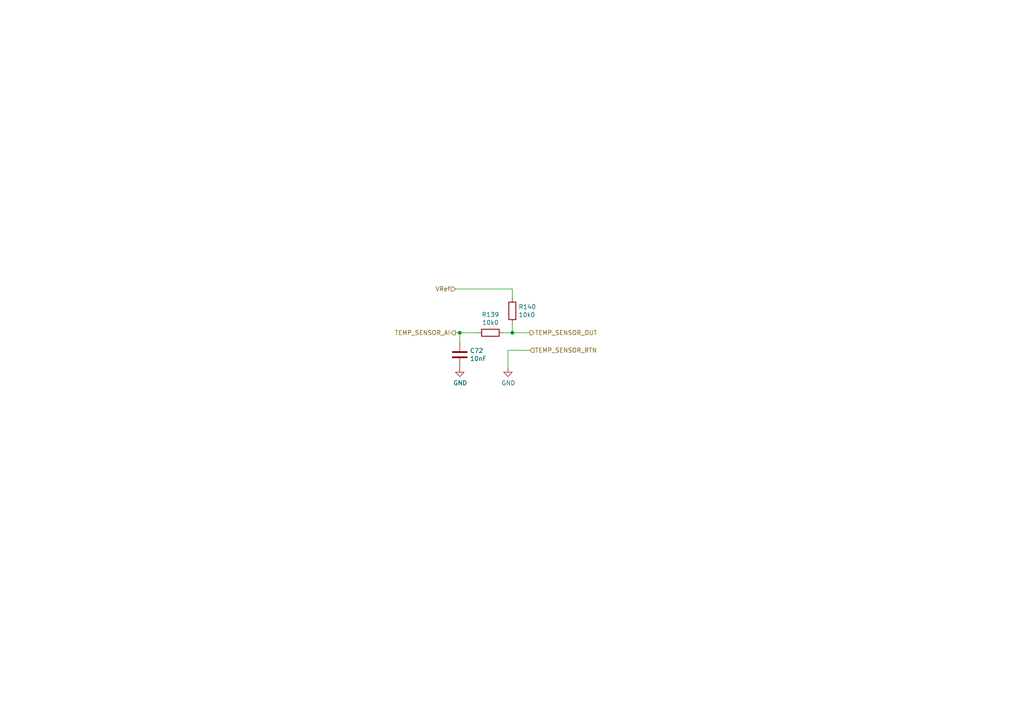
<source format=kicad_sch>
(kicad_sch (version 20211123) (generator eeschema)
  (paper "A4")
  (lib_symbols
    (symbol "Device:C" (pin_numbers hide) (pin_names (offset 0.254))
      (property "Reference" "C" (at 0.635 2.54 0))
      (property "Value" "C" (at 0.635 -2.54 0))
      (symbol "C_0_1"
        (polyline (pts (xy -2.032 -0.762) (xy 2.032 -0.762)) (stroke (width 0.508)))
        (polyline (pts (xy -2.032 0.762) (xy 2.032 0.762)) (stroke (width 0.508)))
      )
      (symbol "C_1_1"
        (pin passive line (at 0 3.81 270) (length 2.794) (name "~") (number "1"))
        (pin passive line (at 0 -3.81 90) (length 2.794) (name "~") (number "2"))
      )
    )
    (symbol "Device:R" (pin_numbers hide) (pin_names (offset 0))
      (property "Reference" "R" (at 2.032 0 90))
      (property "Value" "R" (at 0 0 90))
      (symbol "R_0_1"
        (rectangle (start -1.016 -2.54) (end 1.016 2.54) (stroke (width 0.254)))
      )
      (symbol "R_1_1"
        (pin passive line (at 0 3.81 270) (length 1.27) (name "~") (number "1"))
        (pin passive line (at 0 -3.81 90) (length 1.27) (name "~") (number "2"))
      )
    )
    (symbol "power:GND" (power) (pin_names (offset 0))
      (property "Value" "GND" (at 0 -3.81 0))
      (symbol "GND_0_1"
        (polyline (pts (xy 0 0) (xy 0 -1.27) (xy 1.27 -1.27) (xy 0 -2.54) (xy -1.27 -1.27) (xy 0 -1.27)))
      )
      (symbol "GND_1_1"
        (pin power_in line (at 0 0 270) (length 0) hide (name "GND") (number "1"))
      )
    )
  )
  (junction (at 148.59 96.52))
  (junction (at 133.35 96.52))
  (wire (pts (xy 133.35 99.06) (xy 133.35 96.52)))
  (wire (pts (xy 132.08 96.52) (xy 133.35 96.52)))
  (wire (pts (xy 132.08 83.82) (xy 148.59 83.82)))
  (wire (pts (xy 153.67 96.52) (xy 148.59 96.52)))
  (wire (pts (xy 148.59 96.52) (xy 148.59 93.98)))
  (wire (pts (xy 146.05 96.52) (xy 148.59 96.52)))
  (wire (pts (xy 147.32 101.6) (xy 153.67 101.6)))
  (wire (pts (xy 133.35 96.52) (xy 138.43 96.52)))
  (wire (pts (xy 148.59 83.82) (xy 148.59 86.36)))
  (wire (pts (xy 147.32 106.68) (xy 147.32 101.6)))
  (hierarchical_label "VRef" (shape input) (at 132.08 83.82 180))
  (hierarchical_label "TEMP_SENSOR_RTN" (shape input) (at 153.67 101.6 0))
  (hierarchical_label "TEMP_SENSOR_AI" (shape output) (at 132.08 96.52 180))
  (hierarchical_label "TEMP_SENSOR_OUT" (shape output) (at 153.67 96.52 0))
  (symbol (lib_id "Device:R") (at 148.59 90.17 0) (unit 1)
    (property "Reference" "R140" (at 150.368 89.0016 0) (effects (justify left)))
    (property "Value" "10k0" (at 150.368 91.313 0) (effects (justify left)))
    (property "Footprint" "Resistor_SMD:R_0603_1608Metric" (effects hide))
    (property "Datasheet" "http://www.yageo.com/NewPortal/yageodocoutput?fileName=/pdf/R-Chip/PYu-AC_51_RoHS_L_6.pdf" (effects hide))
    (property "MPN" "AC0603FR-0710KL" (effects hide))
    (property "Part Number" "AC0603FR-0710KL" (effects hide))
    (property "Digikey_PN" "311-10KLDCT-ND" (effects hide))
  )
  (symbol (lib_id "Device:R") (at 142.24 96.52 270) (unit 1)
    (property "Reference" "R139" (at 142.24 91.2622 90))
    (property "Value" "10k0" (at 142.24 93.5736 90))
    (property "Footprint" "Resistor_SMD:R_0603_1608Metric" (effects hide))
    (property "Datasheet" "http://www.yageo.com/NewPortal/yageodocoutput?fileName=/pdf/R-Chip/PYu-AC_51_RoHS_L_6.pdf" (effects hide))
    (property "MPN" "AC0603FR-0710KL" (effects hide))
    (property "Part Number" "AC0603FR-0710KL" (effects hide))
    (property "Digikey_PN" "311-10KLDCT-ND" (effects hide))
  )
  (symbol (lib_id "Device:C") (at 133.35 102.87 0) (unit 1)
    (property "Reference" "C72" (at 136.271 101.7016 0) (effects (justify left)))
    (property "Value" "10nF" (at 136.271 104.013 0) (effects (justify left)))
    (property "Footprint" "Capacitor_SMD:C_0603_1608Metric" (effects hide))
    (property "MPN" "GCM188R72A103KA37D" (effects hide))
    (property "Part Number" "GCM188R72A103KA37D" (effects hide))
    (property "Digikey_PN" "490-4781-1-ND" (effects hide))
  )
  (symbol (lib_id "power:GND") (at 133.35 106.68 0) (unit 1)
    (property "Reference" "#PWR085" (effects hide))
    (property "Value" "GND" (at 133.477 111.0742 0))
  )
  (symbol (lib_id "power:GND") (at 147.32 106.68 0) (unit 1)
    (property "Reference" "#PWR086" (effects hide))
    (property "Value" "GND" (at 147.447 111.0742 0))
  )
)
</source>
